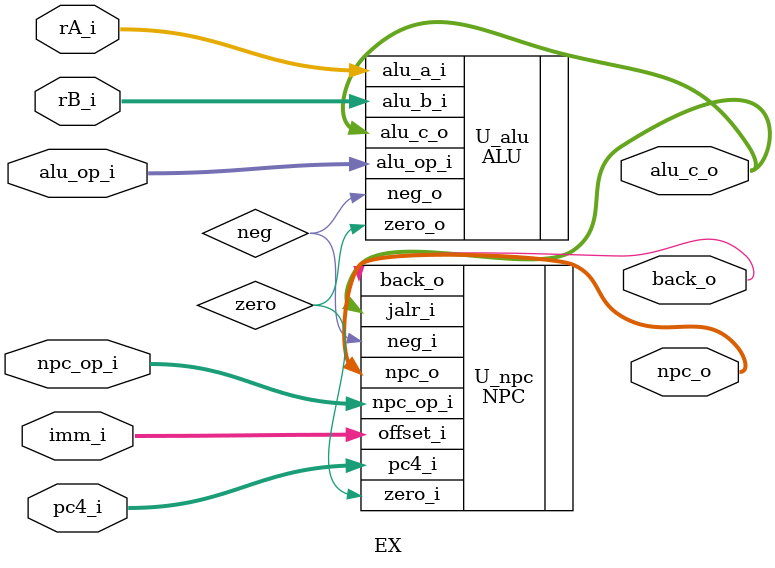
<source format=v>
`timescale 1ns / 1ps
`include "defines.vh"

module EX(
    input wire [31:0] rA_i,
    input wire [31:0] rB_i,
    input wire [2:0] npc_op_i,
    input wire [3:0] alu_op_i,
    input wire [31:0] pc4_i,
    input wire [31:0] imm_i,

    output wire [31:0] npc_o,
    output wire back_o,
    output wire [31:0] alu_c_o
);

wire zero;
wire neg;

NPC U_npc(
    .npc_op_i(npc_op_i),
    .pc4_i(pc4_i),
    .jalr_i(alu_c_o),
    .offset_i(imm_i),
    .zero_i(zero),
    .neg_i(neg),
    .npc_o(npc_o),
    .back_o(back_o)
);

ALU U_alu(
    .alu_a_i(rA_i),
    .alu_b_i(rB_i),
    .alu_op_i(alu_op_i),
    .alu_c_o(alu_c_o),
    .zero_o(zero),
    .neg_o(neg)
);




endmodule
</source>
